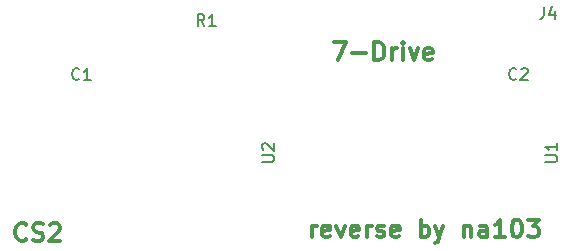
<source format=gbr>
%TF.GenerationSoftware,KiCad,Pcbnew,(5.1.12)-1*%
%TF.CreationDate,2023-06-15T15:44:25+02:00*%
%TF.ProjectId,cs2,6373322e-6b69-4636-9164-5f7063625858,rev?*%
%TF.SameCoordinates,Original*%
%TF.FileFunction,Legend,Top*%
%TF.FilePolarity,Positive*%
%FSLAX46Y46*%
G04 Gerber Fmt 4.6, Leading zero omitted, Abs format (unit mm)*
G04 Created by KiCad (PCBNEW (5.1.12)-1) date 2023-06-15 15:44:25*
%MOMM*%
%LPD*%
G01*
G04 APERTURE LIST*
%ADD10C,0.300000*%
%ADD11C,0.150000*%
G04 APERTURE END LIST*
D10*
X153785714Y-102678571D02*
X154785714Y-102678571D01*
X154142857Y-104178571D01*
X155357142Y-103607142D02*
X156500000Y-103607142D01*
X157214285Y-104178571D02*
X157214285Y-102678571D01*
X157571428Y-102678571D01*
X157785714Y-102750000D01*
X157928571Y-102892857D01*
X158000000Y-103035714D01*
X158071428Y-103321428D01*
X158071428Y-103535714D01*
X158000000Y-103821428D01*
X157928571Y-103964285D01*
X157785714Y-104107142D01*
X157571428Y-104178571D01*
X157214285Y-104178571D01*
X158714285Y-104178571D02*
X158714285Y-103178571D01*
X158714285Y-103464285D02*
X158785714Y-103321428D01*
X158857142Y-103250000D01*
X159000000Y-103178571D01*
X159142857Y-103178571D01*
X159642857Y-104178571D02*
X159642857Y-103178571D01*
X159642857Y-102678571D02*
X159571428Y-102750000D01*
X159642857Y-102821428D01*
X159714285Y-102750000D01*
X159642857Y-102678571D01*
X159642857Y-102821428D01*
X160214285Y-103178571D02*
X160571428Y-104178571D01*
X160928571Y-103178571D01*
X162071428Y-104107142D02*
X161928571Y-104178571D01*
X161642857Y-104178571D01*
X161500000Y-104107142D01*
X161428571Y-103964285D01*
X161428571Y-103392857D01*
X161500000Y-103250000D01*
X161642857Y-103178571D01*
X161928571Y-103178571D01*
X162071428Y-103250000D01*
X162142857Y-103392857D01*
X162142857Y-103535714D01*
X161428571Y-103678571D01*
X151928571Y-119178571D02*
X151928571Y-118178571D01*
X151928571Y-118464285D02*
X152000000Y-118321428D01*
X152071428Y-118250000D01*
X152214285Y-118178571D01*
X152357142Y-118178571D01*
X153428571Y-119107142D02*
X153285714Y-119178571D01*
X153000000Y-119178571D01*
X152857142Y-119107142D01*
X152785714Y-118964285D01*
X152785714Y-118392857D01*
X152857142Y-118250000D01*
X153000000Y-118178571D01*
X153285714Y-118178571D01*
X153428571Y-118250000D01*
X153500000Y-118392857D01*
X153500000Y-118535714D01*
X152785714Y-118678571D01*
X154000000Y-118178571D02*
X154357142Y-119178571D01*
X154714285Y-118178571D01*
X155857142Y-119107142D02*
X155714285Y-119178571D01*
X155428571Y-119178571D01*
X155285714Y-119107142D01*
X155214285Y-118964285D01*
X155214285Y-118392857D01*
X155285714Y-118250000D01*
X155428571Y-118178571D01*
X155714285Y-118178571D01*
X155857142Y-118250000D01*
X155928571Y-118392857D01*
X155928571Y-118535714D01*
X155214285Y-118678571D01*
X156571428Y-119178571D02*
X156571428Y-118178571D01*
X156571428Y-118464285D02*
X156642857Y-118321428D01*
X156714285Y-118250000D01*
X156857142Y-118178571D01*
X157000000Y-118178571D01*
X157428571Y-119107142D02*
X157571428Y-119178571D01*
X157857142Y-119178571D01*
X158000000Y-119107142D01*
X158071428Y-118964285D01*
X158071428Y-118892857D01*
X158000000Y-118750000D01*
X157857142Y-118678571D01*
X157642857Y-118678571D01*
X157500000Y-118607142D01*
X157428571Y-118464285D01*
X157428571Y-118392857D01*
X157500000Y-118250000D01*
X157642857Y-118178571D01*
X157857142Y-118178571D01*
X158000000Y-118250000D01*
X159285714Y-119107142D02*
X159142857Y-119178571D01*
X158857142Y-119178571D01*
X158714285Y-119107142D01*
X158642857Y-118964285D01*
X158642857Y-118392857D01*
X158714285Y-118250000D01*
X158857142Y-118178571D01*
X159142857Y-118178571D01*
X159285714Y-118250000D01*
X159357142Y-118392857D01*
X159357142Y-118535714D01*
X158642857Y-118678571D01*
X161142857Y-119178571D02*
X161142857Y-117678571D01*
X161142857Y-118250000D02*
X161285714Y-118178571D01*
X161571428Y-118178571D01*
X161714285Y-118250000D01*
X161785714Y-118321428D01*
X161857142Y-118464285D01*
X161857142Y-118892857D01*
X161785714Y-119035714D01*
X161714285Y-119107142D01*
X161571428Y-119178571D01*
X161285714Y-119178571D01*
X161142857Y-119107142D01*
X162357142Y-118178571D02*
X162714285Y-119178571D01*
X163071428Y-118178571D02*
X162714285Y-119178571D01*
X162571428Y-119535714D01*
X162500000Y-119607142D01*
X162357142Y-119678571D01*
X164785714Y-118178571D02*
X164785714Y-119178571D01*
X164785714Y-118321428D02*
X164857142Y-118250000D01*
X165000000Y-118178571D01*
X165214285Y-118178571D01*
X165357142Y-118250000D01*
X165428571Y-118392857D01*
X165428571Y-119178571D01*
X166785714Y-119178571D02*
X166785714Y-118392857D01*
X166714285Y-118250000D01*
X166571428Y-118178571D01*
X166285714Y-118178571D01*
X166142857Y-118250000D01*
X166785714Y-119107142D02*
X166642857Y-119178571D01*
X166285714Y-119178571D01*
X166142857Y-119107142D01*
X166071428Y-118964285D01*
X166071428Y-118821428D01*
X166142857Y-118678571D01*
X166285714Y-118607142D01*
X166642857Y-118607142D01*
X166785714Y-118535714D01*
X168285714Y-119178571D02*
X167428571Y-119178571D01*
X167857142Y-119178571D02*
X167857142Y-117678571D01*
X167714285Y-117892857D01*
X167571428Y-118035714D01*
X167428571Y-118107142D01*
X169214285Y-117678571D02*
X169357142Y-117678571D01*
X169500000Y-117750000D01*
X169571428Y-117821428D01*
X169642857Y-117964285D01*
X169714285Y-118250000D01*
X169714285Y-118607142D01*
X169642857Y-118892857D01*
X169571428Y-119035714D01*
X169500000Y-119107142D01*
X169357142Y-119178571D01*
X169214285Y-119178571D01*
X169071428Y-119107142D01*
X169000000Y-119035714D01*
X168928571Y-118892857D01*
X168857142Y-118607142D01*
X168857142Y-118250000D01*
X168928571Y-117964285D01*
X169000000Y-117821428D01*
X169071428Y-117750000D01*
X169214285Y-117678571D01*
X170214285Y-117678571D02*
X171142857Y-117678571D01*
X170642857Y-118250000D01*
X170857142Y-118250000D01*
X171000000Y-118321428D01*
X171071428Y-118392857D01*
X171142857Y-118535714D01*
X171142857Y-118892857D01*
X171071428Y-119035714D01*
X171000000Y-119107142D01*
X170857142Y-119178571D01*
X170428571Y-119178571D01*
X170285714Y-119107142D01*
X170214285Y-119035714D01*
X127755714Y-119345714D02*
X127684285Y-119417142D01*
X127470000Y-119488571D01*
X127327142Y-119488571D01*
X127112857Y-119417142D01*
X126970000Y-119274285D01*
X126898571Y-119131428D01*
X126827142Y-118845714D01*
X126827142Y-118631428D01*
X126898571Y-118345714D01*
X126970000Y-118202857D01*
X127112857Y-118060000D01*
X127327142Y-117988571D01*
X127470000Y-117988571D01*
X127684285Y-118060000D01*
X127755714Y-118131428D01*
X128327142Y-119417142D02*
X128541428Y-119488571D01*
X128898571Y-119488571D01*
X129041428Y-119417142D01*
X129112857Y-119345714D01*
X129184285Y-119202857D01*
X129184285Y-119060000D01*
X129112857Y-118917142D01*
X129041428Y-118845714D01*
X128898571Y-118774285D01*
X128612857Y-118702857D01*
X128470000Y-118631428D01*
X128398571Y-118560000D01*
X128327142Y-118417142D01*
X128327142Y-118274285D01*
X128398571Y-118131428D01*
X128470000Y-118060000D01*
X128612857Y-117988571D01*
X128970000Y-117988571D01*
X129184285Y-118060000D01*
X129755714Y-118131428D02*
X129827142Y-118060000D01*
X129970000Y-117988571D01*
X130327142Y-117988571D01*
X130470000Y-118060000D01*
X130541428Y-118131428D01*
X130612857Y-118274285D01*
X130612857Y-118417142D01*
X130541428Y-118631428D01*
X129684285Y-119488571D01*
X130612857Y-119488571D01*
%TO.C,U1*%
D11*
X171702380Y-112781904D02*
X172511904Y-112781904D01*
X172607142Y-112734285D01*
X172654761Y-112686666D01*
X172702380Y-112591428D01*
X172702380Y-112400952D01*
X172654761Y-112305714D01*
X172607142Y-112258095D01*
X172511904Y-112210476D01*
X171702380Y-112210476D01*
X172702380Y-111210476D02*
X172702380Y-111781904D01*
X172702380Y-111496190D02*
X171702380Y-111496190D01*
X171845238Y-111591428D01*
X171940476Y-111686666D01*
X171988095Y-111781904D01*
%TO.C,U2*%
X147702380Y-112781904D02*
X148511904Y-112781904D01*
X148607142Y-112734285D01*
X148654761Y-112686666D01*
X148702380Y-112591428D01*
X148702380Y-112400952D01*
X148654761Y-112305714D01*
X148607142Y-112258095D01*
X148511904Y-112210476D01*
X147702380Y-112210476D01*
X147797619Y-111781904D02*
X147750000Y-111734285D01*
X147702380Y-111639047D01*
X147702380Y-111400952D01*
X147750000Y-111305714D01*
X147797619Y-111258095D01*
X147892857Y-111210476D01*
X147988095Y-111210476D01*
X148130952Y-111258095D01*
X148702380Y-111829523D01*
X148702380Y-111210476D01*
%TO.C,C2*%
X169253333Y-105767142D02*
X169205714Y-105814761D01*
X169062857Y-105862380D01*
X168967619Y-105862380D01*
X168824761Y-105814761D01*
X168729523Y-105719523D01*
X168681904Y-105624285D01*
X168634285Y-105433809D01*
X168634285Y-105290952D01*
X168681904Y-105100476D01*
X168729523Y-105005238D01*
X168824761Y-104910000D01*
X168967619Y-104862380D01*
X169062857Y-104862380D01*
X169205714Y-104910000D01*
X169253333Y-104957619D01*
X169634285Y-104957619D02*
X169681904Y-104910000D01*
X169777142Y-104862380D01*
X170015238Y-104862380D01*
X170110476Y-104910000D01*
X170158095Y-104957619D01*
X170205714Y-105052857D01*
X170205714Y-105148095D01*
X170158095Y-105290952D01*
X169586666Y-105862380D01*
X170205714Y-105862380D01*
%TO.C,R1*%
X142833333Y-101292380D02*
X142500000Y-100816190D01*
X142261904Y-101292380D02*
X142261904Y-100292380D01*
X142642857Y-100292380D01*
X142738095Y-100340000D01*
X142785714Y-100387619D01*
X142833333Y-100482857D01*
X142833333Y-100625714D01*
X142785714Y-100720952D01*
X142738095Y-100768571D01*
X142642857Y-100816190D01*
X142261904Y-100816190D01*
X143785714Y-101292380D02*
X143214285Y-101292380D01*
X143500000Y-101292380D02*
X143500000Y-100292380D01*
X143404761Y-100435238D01*
X143309523Y-100530476D01*
X143214285Y-100578095D01*
%TO.C,C1*%
X132253333Y-105767142D02*
X132205714Y-105814761D01*
X132062857Y-105862380D01*
X131967619Y-105862380D01*
X131824761Y-105814761D01*
X131729523Y-105719523D01*
X131681904Y-105624285D01*
X131634285Y-105433809D01*
X131634285Y-105290952D01*
X131681904Y-105100476D01*
X131729523Y-105005238D01*
X131824761Y-104910000D01*
X131967619Y-104862380D01*
X132062857Y-104862380D01*
X132205714Y-104910000D01*
X132253333Y-104957619D01*
X133205714Y-105862380D02*
X132634285Y-105862380D01*
X132920000Y-105862380D02*
X132920000Y-104862380D01*
X132824761Y-105005238D01*
X132729523Y-105100476D01*
X132634285Y-105148095D01*
%TO.C,J4*%
X171586666Y-99662380D02*
X171586666Y-100376666D01*
X171539047Y-100519523D01*
X171443809Y-100614761D01*
X171300952Y-100662380D01*
X171205714Y-100662380D01*
X172491428Y-99995714D02*
X172491428Y-100662380D01*
X172253333Y-99614761D02*
X172015238Y-100329047D01*
X172634285Y-100329047D01*
%TD*%
M02*

</source>
